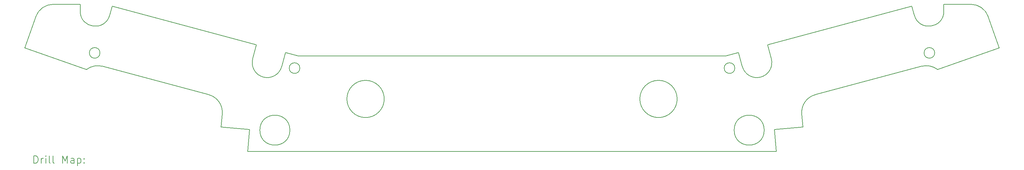
<source format=gbr>
%TF.GenerationSoftware,KiCad,Pcbnew,7.0.9-7.0.9~ubuntu22.04.1*%
%TF.CreationDate,2023-12-27T20:47:57-05:00*%
%TF.ProjectId,GT-Wheel-RevLight,47542d57-6865-4656-9c2d-5265764c6967,rev?*%
%TF.SameCoordinates,Original*%
%TF.FileFunction,Drillmap*%
%TF.FilePolarity,Positive*%
%FSLAX45Y45*%
G04 Gerber Fmt 4.5, Leading zero omitted, Abs format (unit mm)*
G04 Created by KiCad (PCBNEW 7.0.9-7.0.9~ubuntu22.04.1) date 2023-12-27 20:47:57*
%MOMM*%
%LPD*%
G01*
G04 APERTURE LIST*
%ADD10C,0.200000*%
G04 APERTURE END LIST*
D10*
X21925309Y-9540357D02*
X22702341Y-9472376D01*
X3836198Y-6158599D02*
X3770322Y-6404450D01*
X21047345Y-7812295D02*
G75*
G03*
X21839405Y-7600063I396030J106116D01*
G01*
X1450000Y-7300000D02*
X3134527Y-7895570D01*
X2964293Y-6298334D02*
G75*
G03*
X3770322Y-6404450I410000J1D01*
G01*
X3572062Y-7806382D02*
X6475453Y-8584344D01*
X21736220Y-7214972D02*
X21839405Y-7600063D01*
X3504930Y-7438959D02*
G75*
G03*
X3504930Y-7438959I-145000J0D01*
G01*
X6812514Y-9472376D02*
X7589546Y-9540357D01*
X7537253Y-10138074D02*
X21977602Y-10138074D01*
X23039404Y-8584351D02*
G75*
G03*
X22670714Y-9110884I129416J-482969D01*
G01*
X25744533Y-6404450D02*
X25678657Y-6158599D01*
X27289984Y-6108334D02*
X26550562Y-6108334D01*
X8570694Y-7427203D02*
X8467509Y-7812295D01*
X22702341Y-9472376D02*
X22670714Y-9110884D01*
X28064855Y-7300000D02*
X27761389Y-6441668D01*
X26550562Y-6108334D02*
X26550562Y-6298334D01*
X2224871Y-6108335D02*
G75*
G03*
X1753466Y-6441668I0J-500000D01*
G01*
X26380329Y-7895568D02*
G75*
G03*
X25942793Y-7806382I-308129J-393802D01*
G01*
X6844142Y-9110884D02*
G75*
G03*
X6475453Y-8584344I-498102J43574D01*
G01*
X25744530Y-6404451D02*
G75*
G03*
X26550562Y-6298334I396030J106121D01*
G01*
X20944161Y-7427203D02*
X20594438Y-7520911D01*
X27761391Y-6441667D02*
G75*
G03*
X27289984Y-6108334I-471401J-166663D01*
G01*
X2964293Y-6298334D02*
X2964293Y-6108334D01*
X21977602Y-10138074D02*
X21925309Y-9540357D01*
X2964293Y-6108334D02*
X2224871Y-6108334D01*
X7778635Y-7214972D02*
X3836198Y-6158599D01*
X3572061Y-7806385D02*
G75*
G03*
X3134527Y-7895570I-129411J-482965D01*
G01*
X21644015Y-9555697D02*
G75*
G03*
X21644015Y-9555697I-410000J0D01*
G01*
X21047346Y-7812295D02*
X20944161Y-7427203D01*
X7589546Y-9540357D02*
X7537253Y-10138074D01*
X26380328Y-7895570D02*
X28064855Y-7300000D01*
X26299925Y-7438959D02*
G75*
G03*
X26299925Y-7438959I-145000J0D01*
G01*
X20841673Y-7855864D02*
G75*
G03*
X20841673Y-7855864I-145000J0D01*
G01*
X8690840Y-9555697D02*
G75*
G03*
X8690840Y-9555697I-410000J0D01*
G01*
X7675451Y-7600063D02*
G75*
G03*
X8467509Y-7812295I396029J-106117D01*
G01*
X6844141Y-9110884D02*
X6812514Y-9472376D01*
X20594438Y-7520911D02*
X8920417Y-7520911D01*
X1753466Y-6441668D02*
X1450000Y-7300000D01*
X7675450Y-7600063D02*
X7778635Y-7214972D01*
X23039402Y-8584344D02*
X25942793Y-7806382D01*
X11267427Y-8700911D02*
G75*
G03*
X11267427Y-8700911I-510000J0D01*
G01*
X19267428Y-8700911D02*
G75*
G03*
X19267428Y-8700911I-510000J0D01*
G01*
X8963182Y-7855864D02*
G75*
G03*
X8963182Y-7855864I-145000J0D01*
G01*
X8920417Y-7520911D02*
X8570694Y-7427203D01*
X25678657Y-6158599D02*
X21736220Y-7214972D01*
X1700777Y-10459558D02*
X1700777Y-10259558D01*
X1700777Y-10259558D02*
X1748396Y-10259558D01*
X1748396Y-10259558D02*
X1776967Y-10269081D01*
X1776967Y-10269081D02*
X1796015Y-10288129D01*
X1796015Y-10288129D02*
X1805539Y-10307177D01*
X1805539Y-10307177D02*
X1815062Y-10345272D01*
X1815062Y-10345272D02*
X1815062Y-10373843D01*
X1815062Y-10373843D02*
X1805539Y-10411939D01*
X1805539Y-10411939D02*
X1796015Y-10430986D01*
X1796015Y-10430986D02*
X1776967Y-10450034D01*
X1776967Y-10450034D02*
X1748396Y-10459558D01*
X1748396Y-10459558D02*
X1700777Y-10459558D01*
X1900777Y-10459558D02*
X1900777Y-10326224D01*
X1900777Y-10364320D02*
X1910301Y-10345272D01*
X1910301Y-10345272D02*
X1919824Y-10335748D01*
X1919824Y-10335748D02*
X1938872Y-10326224D01*
X1938872Y-10326224D02*
X1957920Y-10326224D01*
X2024586Y-10459558D02*
X2024586Y-10326224D01*
X2024586Y-10259558D02*
X2015062Y-10269081D01*
X2015062Y-10269081D02*
X2024586Y-10278605D01*
X2024586Y-10278605D02*
X2034110Y-10269081D01*
X2034110Y-10269081D02*
X2024586Y-10259558D01*
X2024586Y-10259558D02*
X2024586Y-10278605D01*
X2148396Y-10459558D02*
X2129348Y-10450034D01*
X2129348Y-10450034D02*
X2119824Y-10430986D01*
X2119824Y-10430986D02*
X2119824Y-10259558D01*
X2253158Y-10459558D02*
X2234110Y-10450034D01*
X2234110Y-10450034D02*
X2224586Y-10430986D01*
X2224586Y-10430986D02*
X2224586Y-10259558D01*
X2481729Y-10459558D02*
X2481729Y-10259558D01*
X2481729Y-10259558D02*
X2548396Y-10402415D01*
X2548396Y-10402415D02*
X2615063Y-10259558D01*
X2615063Y-10259558D02*
X2615063Y-10459558D01*
X2796015Y-10459558D02*
X2796015Y-10354796D01*
X2796015Y-10354796D02*
X2786491Y-10335748D01*
X2786491Y-10335748D02*
X2767444Y-10326224D01*
X2767444Y-10326224D02*
X2729348Y-10326224D01*
X2729348Y-10326224D02*
X2710301Y-10335748D01*
X2796015Y-10450034D02*
X2776967Y-10459558D01*
X2776967Y-10459558D02*
X2729348Y-10459558D01*
X2729348Y-10459558D02*
X2710301Y-10450034D01*
X2710301Y-10450034D02*
X2700777Y-10430986D01*
X2700777Y-10430986D02*
X2700777Y-10411939D01*
X2700777Y-10411939D02*
X2710301Y-10392891D01*
X2710301Y-10392891D02*
X2729348Y-10383367D01*
X2729348Y-10383367D02*
X2776967Y-10383367D01*
X2776967Y-10383367D02*
X2796015Y-10373843D01*
X2891253Y-10326224D02*
X2891253Y-10526224D01*
X2891253Y-10335748D02*
X2910301Y-10326224D01*
X2910301Y-10326224D02*
X2948396Y-10326224D01*
X2948396Y-10326224D02*
X2967443Y-10335748D01*
X2967443Y-10335748D02*
X2976967Y-10345272D01*
X2976967Y-10345272D02*
X2986491Y-10364320D01*
X2986491Y-10364320D02*
X2986491Y-10421462D01*
X2986491Y-10421462D02*
X2976967Y-10440510D01*
X2976967Y-10440510D02*
X2967443Y-10450034D01*
X2967443Y-10450034D02*
X2948396Y-10459558D01*
X2948396Y-10459558D02*
X2910301Y-10459558D01*
X2910301Y-10459558D02*
X2891253Y-10450034D01*
X3072205Y-10440510D02*
X3081729Y-10450034D01*
X3081729Y-10450034D02*
X3072205Y-10459558D01*
X3072205Y-10459558D02*
X3062682Y-10450034D01*
X3062682Y-10450034D02*
X3072205Y-10440510D01*
X3072205Y-10440510D02*
X3072205Y-10459558D01*
X3072205Y-10335748D02*
X3081729Y-10345272D01*
X3081729Y-10345272D02*
X3072205Y-10354796D01*
X3072205Y-10354796D02*
X3062682Y-10345272D01*
X3062682Y-10345272D02*
X3072205Y-10335748D01*
X3072205Y-10335748D02*
X3072205Y-10354796D01*
M02*

</source>
